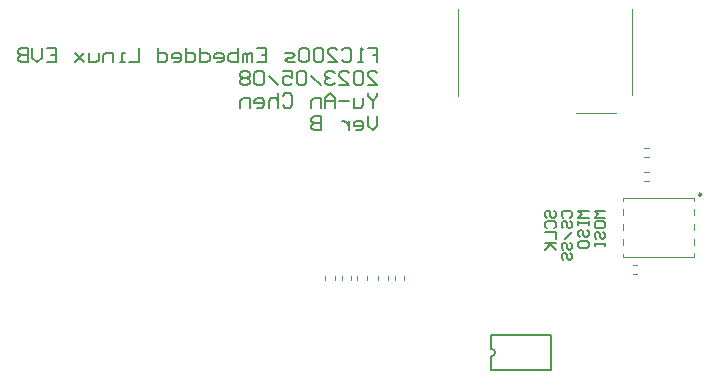
<source format=gbo>
G04 Layer_Color=32896*
%FSLAX44Y44*%
%MOMM*%
G71*
G01*
G75*
%ADD38C,0.2000*%
%ADD41C,0.2540*%
%ADD91C,0.1000*%
%ADD93C,0.1800*%
D38*
X611600Y428825D02*
G03*
X611600Y435175I0J3175D01*
G01*
Y446732D01*
Y417268D02*
Y428825D01*
Y417268D02*
X662400D01*
Y446732D01*
X611600D02*
X662400D01*
X507003Y689582D02*
X515000D01*
Y683584D01*
X511001D01*
X515000D01*
Y677586D01*
X503004D02*
X499005D01*
X501004D01*
Y689582D01*
X503004Y687583D01*
X485010D02*
X487009Y689582D01*
X491008D01*
X493007Y687583D01*
Y679585D01*
X491008Y677586D01*
X487009D01*
X485010Y679585D01*
X473014Y677586D02*
X481011D01*
X473014Y685583D01*
Y687583D01*
X475013Y689582D01*
X479012D01*
X481011Y687583D01*
X469015D02*
X467015Y689582D01*
X463017D01*
X461017Y687583D01*
Y679585D01*
X463017Y677586D01*
X467015D01*
X469015Y679585D01*
Y687583D01*
X457019D02*
X455019Y689582D01*
X451021D01*
X449021Y687583D01*
Y679585D01*
X451021Y677586D01*
X455019D01*
X457019Y679585D01*
Y687583D01*
X445023Y677586D02*
X439025D01*
X437025Y679585D01*
X439025Y681585D01*
X443023D01*
X445023Y683584D01*
X443023Y685583D01*
X437025D01*
X413033Y689582D02*
X421030D01*
Y677586D01*
X413033D01*
X421030Y683584D02*
X417032D01*
X409034Y677586D02*
Y685583D01*
X407035D01*
X405036Y683584D01*
Y677586D01*
Y683584D01*
X403036Y685583D01*
X401037Y683584D01*
Y677586D01*
X397038Y689582D02*
Y677586D01*
X391040D01*
X389041Y679585D01*
Y681585D01*
Y683584D01*
X391040Y685583D01*
X397038D01*
X379044Y677586D02*
X383043D01*
X385042Y679585D01*
Y683584D01*
X383043Y685583D01*
X379044D01*
X377045Y683584D01*
Y681585D01*
X385042D01*
X365048Y689582D02*
Y677586D01*
X371047D01*
X373046Y679585D01*
Y683584D01*
X371047Y685583D01*
X365048D01*
X353052Y689582D02*
Y677586D01*
X359050D01*
X361050Y679585D01*
Y683584D01*
X359050Y685583D01*
X353052D01*
X343056Y677586D02*
X347054D01*
X349054Y679585D01*
Y683584D01*
X347054Y685583D01*
X343056D01*
X341056Y683584D01*
Y681585D01*
X349054D01*
X329060Y689582D02*
Y677586D01*
X335058D01*
X337058Y679585D01*
Y683584D01*
X335058Y685583D01*
X329060D01*
X313065Y689582D02*
Y677586D01*
X305068D01*
X301069D02*
X297071D01*
X299070D01*
Y685583D01*
X301069D01*
X291073Y677586D02*
Y685583D01*
X285074D01*
X283075Y683584D01*
Y677586D01*
X279076Y685583D02*
Y679585D01*
X277077Y677586D01*
X271079D01*
Y685583D01*
X267080D02*
X259083Y677586D01*
X263082Y681585D01*
X259083Y685583D01*
X267080Y677586D01*
X235091Y689582D02*
X243088D01*
Y677586D01*
X235091D01*
X243088Y683584D02*
X239089D01*
X231092Y689582D02*
Y681585D01*
X227093Y677586D01*
X223095Y681585D01*
Y689582D01*
X219096D02*
Y677586D01*
X213098D01*
X211098Y679585D01*
Y681585D01*
X213098Y683584D01*
X219096D01*
X213098D01*
X211098Y685583D01*
Y687583D01*
X213098Y689582D01*
X219096D01*
X507003Y658391D02*
X515000D01*
X507003Y666388D01*
Y668388D01*
X509002Y670387D01*
X513001D01*
X515000Y668388D01*
X503004D02*
X501004Y670387D01*
X497006D01*
X495006Y668388D01*
Y660390D01*
X497006Y658391D01*
X501004D01*
X503004Y660390D01*
Y668388D01*
X483010Y658391D02*
X491008D01*
X483010Y666388D01*
Y668388D01*
X485010Y670387D01*
X489008D01*
X491008Y668388D01*
X479012D02*
X477012Y670387D01*
X473014D01*
X471014Y668388D01*
Y666388D01*
X473014Y664389D01*
X475013D01*
X473014D01*
X471014Y662389D01*
Y660390D01*
X473014Y658391D01*
X477012D01*
X479012Y660390D01*
X467016Y658391D02*
X459018Y666388D01*
X455019Y668388D02*
X453020Y670387D01*
X449021D01*
X447022Y668388D01*
Y660390D01*
X449021Y658391D01*
X453020D01*
X455019Y660390D01*
Y668388D01*
X435026Y670387D02*
X443023D01*
Y664389D01*
X439025Y666388D01*
X437025D01*
X435026Y664389D01*
Y660390D01*
X437025Y658391D01*
X441024D01*
X443023Y660390D01*
X431027Y658391D02*
X423030Y666388D01*
X419031Y668388D02*
X417032Y670387D01*
X413033D01*
X411034Y668388D01*
Y660390D01*
X413033Y658391D01*
X417032D01*
X419031Y660390D01*
Y668388D01*
X407035D02*
X405036Y670387D01*
X401037D01*
X399038Y668388D01*
Y666388D01*
X401037Y664389D01*
X399038Y662389D01*
Y660390D01*
X401037Y658391D01*
X405036D01*
X407035Y660390D01*
Y662389D01*
X405036Y664389D01*
X407035Y666388D01*
Y668388D01*
X405036Y664389D02*
X401037D01*
X515000Y651191D02*
Y649192D01*
X511001Y645193D01*
X507003Y649192D01*
Y651191D01*
X511001Y645193D02*
Y639195D01*
X503004Y647193D02*
Y641195D01*
X501004Y639195D01*
X495006D01*
Y647193D01*
X491008Y645193D02*
X483010D01*
X479012Y639195D02*
Y647193D01*
X475013Y651191D01*
X471014Y647193D01*
Y639195D01*
Y645193D01*
X479012D01*
X467016Y639195D02*
Y647193D01*
X461017D01*
X459018Y645193D01*
Y639195D01*
X435026Y649192D02*
X437025Y651191D01*
X441024D01*
X443023Y649192D01*
Y641195D01*
X441024Y639195D01*
X437025D01*
X435026Y641195D01*
X431027Y651191D02*
Y639195D01*
Y645193D01*
X429028Y647193D01*
X425029D01*
X423030Y645193D01*
Y639195D01*
X413033D02*
X417032D01*
X419031Y641195D01*
Y645193D01*
X417032Y647193D01*
X413033D01*
X411034Y645193D01*
Y643194D01*
X419031D01*
X407035Y639195D02*
Y647193D01*
X401037D01*
X399038Y645193D01*
Y639195D01*
X515000Y631996D02*
Y623999D01*
X511001Y620000D01*
X507003Y623999D01*
Y631996D01*
X497006Y620000D02*
X501004D01*
X503004Y621999D01*
Y625998D01*
X501004Y627997D01*
X497006D01*
X495006Y625998D01*
Y623999D01*
X503004D01*
X491008Y627997D02*
Y620000D01*
Y623999D01*
X489008Y625998D01*
X487009Y627997D01*
X485010D01*
X467016Y631996D02*
Y620000D01*
X461017D01*
X459018Y621999D01*
Y623999D01*
X461017Y625998D01*
X467016D01*
X461017D01*
X459018Y627997D01*
Y629997D01*
X461017Y631996D01*
X467016D01*
D41*
X789222Y565432D02*
G03*
X789222Y565432I-916J0D01*
G01*
D91*
X741100Y605000D02*
X744650D01*
X741100Y597000D02*
X744650D01*
X741100Y585000D02*
X744650D01*
X741100Y577000D02*
X744650D01*
X530000Y493100D02*
Y496650D01*
X538000Y493100D02*
Y496650D01*
X516000Y493100D02*
Y496650D01*
X524000Y493100D02*
Y496650D01*
X498000Y493100D02*
Y496650D01*
X506000Y493100D02*
Y496650D01*
X485000Y493100D02*
Y496650D01*
X493000Y493100D02*
Y496650D01*
X471000Y493100D02*
Y496650D01*
X479000Y493100D02*
Y496650D01*
X731100Y506000D02*
X734650D01*
X731100Y498000D02*
X734650D01*
X723000Y513000D02*
Y515600D01*
Y522506D02*
Y528094D01*
Y535206D02*
Y540794D01*
Y547906D02*
Y553494D01*
Y560300D02*
Y563000D01*
X783000Y513000D02*
Y515700D01*
Y522506D02*
Y528094D01*
Y535206D02*
Y540794D01*
Y547906D02*
Y553494D01*
Y560400D02*
Y563000D01*
X723000Y513000D02*
X783000D01*
X723000Y563000D02*
X783000D01*
X730676Y649576D02*
Y722474D01*
X683500Y635000D02*
X716706D01*
X583356Y648814D02*
Y722474D01*
D93*
X658502Y546002D02*
X657003Y547501D01*
Y550500D01*
X658502Y552000D01*
X660002D01*
X661501Y550500D01*
Y547501D01*
X663001Y546002D01*
X664501D01*
X666000Y547501D01*
Y550500D01*
X664501Y552000D01*
X658502Y537005D02*
X657003Y538504D01*
Y541503D01*
X658502Y543003D01*
X664501D01*
X666000Y541503D01*
Y538504D01*
X664501Y537005D01*
X657003Y534006D02*
X666000D01*
Y528008D01*
X657003Y525009D02*
X666000D01*
X663001D01*
X657003Y519011D01*
X661501Y523509D01*
X666000Y519011D01*
X672502Y546002D02*
X671003Y547501D01*
Y550500D01*
X672502Y552000D01*
X678501D01*
X680000Y550500D01*
Y547501D01*
X678501Y546002D01*
X672502Y537005D02*
X671003Y538504D01*
Y541503D01*
X672502Y543003D01*
X674002D01*
X675501Y541503D01*
Y538504D01*
X677001Y537005D01*
X678501D01*
X680000Y538504D01*
Y541503D01*
X678501Y543003D01*
X680000Y534006D02*
X674002Y528008D01*
X672502Y519011D02*
X671003Y520510D01*
Y523509D01*
X672502Y525009D01*
X674002D01*
X675501Y523509D01*
Y520510D01*
X677001Y519011D01*
X678501D01*
X680000Y520510D01*
Y523509D01*
X678501Y525009D01*
X672502Y510014D02*
X671003Y511513D01*
Y514512D01*
X672502Y516012D01*
X674002D01*
X675501Y514512D01*
Y511513D01*
X677001Y510014D01*
X678501D01*
X680000Y511513D01*
Y514512D01*
X678501Y516012D01*
X708000Y552000D02*
X699003D01*
X702002Y549001D01*
X699003Y546002D01*
X708000D01*
X699003Y538504D02*
Y541503D01*
X700502Y543003D01*
X706500D01*
X708000Y541503D01*
Y538504D01*
X706500Y537005D01*
X700502D01*
X699003Y538504D01*
X700502Y528008D02*
X699003Y529507D01*
Y532506D01*
X700502Y534006D01*
X702002D01*
X703502Y532506D01*
Y529507D01*
X705001Y528008D01*
X706500D01*
X708000Y529507D01*
Y532506D01*
X706500Y534006D01*
X699003Y525009D02*
Y522010D01*
Y523509D01*
X708000D01*
Y525009D01*
Y522010D01*
X694000Y552000D02*
X685003D01*
X688002Y549001D01*
X685003Y546002D01*
X694000D01*
X685003Y543003D02*
Y540004D01*
Y541503D01*
X694000D01*
Y543003D01*
Y540004D01*
X686502Y529507D02*
X685003Y531007D01*
Y534006D01*
X686502Y535505D01*
X688002D01*
X689501Y534006D01*
Y531007D01*
X691001Y529507D01*
X692501D01*
X694000Y531007D01*
Y534006D01*
X692501Y535505D01*
X685003Y522010D02*
Y525009D01*
X686502Y526508D01*
X692501D01*
X694000Y525009D01*
Y522010D01*
X692501Y520510D01*
X686502D01*
X685003Y522010D01*
M02*

</source>
